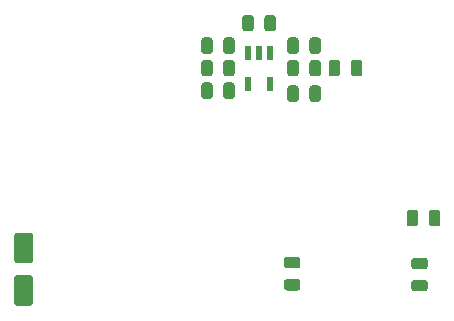
<source format=gbr>
G04 #@! TF.GenerationSoftware,KiCad,Pcbnew,(5.1.8-0-10_14)*
G04 #@! TF.CreationDate,2020-11-22T12:20:28+11:00*
G04 #@! TF.ProjectId,Phenobottle v18,5068656e-6f62-46f7-9474-6c6520763138,rev?*
G04 #@! TF.SameCoordinates,Original*
G04 #@! TF.FileFunction,Paste,Top*
G04 #@! TF.FilePolarity,Positive*
%FSLAX46Y46*%
G04 Gerber Fmt 4.6, Leading zero omitted, Abs format (unit mm)*
G04 Created by KiCad (PCBNEW (5.1.8-0-10_14)) date 2020-11-22 12:20:28*
%MOMM*%
%LPD*%
G01*
G04 APERTURE LIST*
%ADD10R,0.558800X1.270000*%
G04 APERTURE END LIST*
D10*
X144449800Y-87045800D03*
X142570200Y-87045800D03*
X142570200Y-84455000D03*
X143510000Y-84455000D03*
X144449800Y-84455000D03*
G36*
G01*
X157881500Y-98881250D02*
X157881500Y-97968750D01*
G75*
G02*
X158125250Y-97725000I243750J0D01*
G01*
X158612750Y-97725000D01*
G75*
G02*
X158856500Y-97968750I0J-243750D01*
G01*
X158856500Y-98881250D01*
G75*
G02*
X158612750Y-99125000I-243750J0D01*
G01*
X158125250Y-99125000D01*
G75*
G02*
X157881500Y-98881250I0J243750D01*
G01*
G37*
G36*
G01*
X156006500Y-98881250D02*
X156006500Y-97968750D01*
G75*
G02*
X156250250Y-97725000I243750J0D01*
G01*
X156737750Y-97725000D01*
G75*
G02*
X156981500Y-97968750I0J-243750D01*
G01*
X156981500Y-98881250D01*
G75*
G02*
X156737750Y-99125000I-243750J0D01*
G01*
X156250250Y-99125000D01*
G75*
G02*
X156006500Y-98881250I0J243750D01*
G01*
G37*
G36*
G01*
X140482500Y-86181250D02*
X140482500Y-85268750D01*
G75*
G02*
X140726250Y-85025000I243750J0D01*
G01*
X141213750Y-85025000D01*
G75*
G02*
X141457500Y-85268750I0J-243750D01*
G01*
X141457500Y-86181250D01*
G75*
G02*
X141213750Y-86425000I-243750J0D01*
G01*
X140726250Y-86425000D01*
G75*
G02*
X140482500Y-86181250I0J243750D01*
G01*
G37*
G36*
G01*
X138607500Y-86181250D02*
X138607500Y-85268750D01*
G75*
G02*
X138851250Y-85025000I243750J0D01*
G01*
X139338750Y-85025000D01*
G75*
G02*
X139582500Y-85268750I0J-243750D01*
G01*
X139582500Y-86181250D01*
G75*
G02*
X139338750Y-86425000I-243750J0D01*
G01*
X138851250Y-86425000D01*
G75*
G02*
X138607500Y-86181250I0J243750D01*
G01*
G37*
G36*
G01*
X140482500Y-84276250D02*
X140482500Y-83363750D01*
G75*
G02*
X140726250Y-83120000I243750J0D01*
G01*
X141213750Y-83120000D01*
G75*
G02*
X141457500Y-83363750I0J-243750D01*
G01*
X141457500Y-84276250D01*
G75*
G02*
X141213750Y-84520000I-243750J0D01*
G01*
X140726250Y-84520000D01*
G75*
G02*
X140482500Y-84276250I0J243750D01*
G01*
G37*
G36*
G01*
X138607500Y-84276250D02*
X138607500Y-83363750D01*
G75*
G02*
X138851250Y-83120000I243750J0D01*
G01*
X139338750Y-83120000D01*
G75*
G02*
X139582500Y-83363750I0J-243750D01*
G01*
X139582500Y-84276250D01*
G75*
G02*
X139338750Y-84520000I-243750J0D01*
G01*
X138851250Y-84520000D01*
G75*
G02*
X138607500Y-84276250I0J243750D01*
G01*
G37*
G36*
G01*
X151277500Y-86181250D02*
X151277500Y-85268750D01*
G75*
G02*
X151521250Y-85025000I243750J0D01*
G01*
X152008750Y-85025000D01*
G75*
G02*
X152252500Y-85268750I0J-243750D01*
G01*
X152252500Y-86181250D01*
G75*
G02*
X152008750Y-86425000I-243750J0D01*
G01*
X151521250Y-86425000D01*
G75*
G02*
X151277500Y-86181250I0J243750D01*
G01*
G37*
G36*
G01*
X149402500Y-86181250D02*
X149402500Y-85268750D01*
G75*
G02*
X149646250Y-85025000I243750J0D01*
G01*
X150133750Y-85025000D01*
G75*
G02*
X150377500Y-85268750I0J-243750D01*
G01*
X150377500Y-86181250D01*
G75*
G02*
X150133750Y-86425000I-243750J0D01*
G01*
X149646250Y-86425000D01*
G75*
G02*
X149402500Y-86181250I0J243750D01*
G01*
G37*
G36*
G01*
X147770000Y-86181250D02*
X147770000Y-85268750D01*
G75*
G02*
X148013750Y-85025000I243750J0D01*
G01*
X148501250Y-85025000D01*
G75*
G02*
X148745000Y-85268750I0J-243750D01*
G01*
X148745000Y-86181250D01*
G75*
G02*
X148501250Y-86425000I-243750J0D01*
G01*
X148013750Y-86425000D01*
G75*
G02*
X147770000Y-86181250I0J243750D01*
G01*
G37*
G36*
G01*
X145895000Y-86181250D02*
X145895000Y-85268750D01*
G75*
G02*
X146138750Y-85025000I243750J0D01*
G01*
X146626250Y-85025000D01*
G75*
G02*
X146870000Y-85268750I0J-243750D01*
G01*
X146870000Y-86181250D01*
G75*
G02*
X146626250Y-86425000I-243750J0D01*
G01*
X146138750Y-86425000D01*
G75*
G02*
X145895000Y-86181250I0J243750D01*
G01*
G37*
G36*
G01*
X146760250Y-102674000D02*
X145847750Y-102674000D01*
G75*
G02*
X145604000Y-102430250I0J243750D01*
G01*
X145604000Y-101942750D01*
G75*
G02*
X145847750Y-101699000I243750J0D01*
G01*
X146760250Y-101699000D01*
G75*
G02*
X147004000Y-101942750I0J-243750D01*
G01*
X147004000Y-102430250D01*
G75*
G02*
X146760250Y-102674000I-243750J0D01*
G01*
G37*
G36*
G01*
X146760250Y-104549000D02*
X145847750Y-104549000D01*
G75*
G02*
X145604000Y-104305250I0J243750D01*
G01*
X145604000Y-103817750D01*
G75*
G02*
X145847750Y-103574000I243750J0D01*
G01*
X146760250Y-103574000D01*
G75*
G02*
X147004000Y-103817750I0J-243750D01*
G01*
X147004000Y-104305250D01*
G75*
G02*
X146760250Y-104549000I-243750J0D01*
G01*
G37*
G36*
G01*
X157555250Y-102752500D02*
X156642750Y-102752500D01*
G75*
G02*
X156399000Y-102508750I0J243750D01*
G01*
X156399000Y-102021250D01*
G75*
G02*
X156642750Y-101777500I243750J0D01*
G01*
X157555250Y-101777500D01*
G75*
G02*
X157799000Y-102021250I0J-243750D01*
G01*
X157799000Y-102508750D01*
G75*
G02*
X157555250Y-102752500I-243750J0D01*
G01*
G37*
G36*
G01*
X157555250Y-104627500D02*
X156642750Y-104627500D01*
G75*
G02*
X156399000Y-104383750I0J243750D01*
G01*
X156399000Y-103896250D01*
G75*
G02*
X156642750Y-103652500I243750J0D01*
G01*
X157555250Y-103652500D01*
G75*
G02*
X157799000Y-103896250I0J-243750D01*
G01*
X157799000Y-104383750D01*
G75*
G02*
X157555250Y-104627500I-243750J0D01*
G01*
G37*
G36*
G01*
X124121000Y-102243000D02*
X123021000Y-102243000D01*
G75*
G02*
X122771000Y-101993000I0J250000D01*
G01*
X122771000Y-99893000D01*
G75*
G02*
X123021000Y-99643000I250000J0D01*
G01*
X124121000Y-99643000D01*
G75*
G02*
X124371000Y-99893000I0J-250000D01*
G01*
X124371000Y-101993000D01*
G75*
G02*
X124121000Y-102243000I-250000J0D01*
G01*
G37*
G36*
G01*
X124121000Y-105843000D02*
X123021000Y-105843000D01*
G75*
G02*
X122771000Y-105593000I0J250000D01*
G01*
X122771000Y-103493000D01*
G75*
G02*
X123021000Y-103243000I250000J0D01*
G01*
X124121000Y-103243000D01*
G75*
G02*
X124371000Y-103493000I0J-250000D01*
G01*
X124371000Y-105593000D01*
G75*
G02*
X124121000Y-105843000I-250000J0D01*
G01*
G37*
G36*
G01*
X143960000Y-82371250D02*
X143960000Y-81458750D01*
G75*
G02*
X144203750Y-81215000I243750J0D01*
G01*
X144691250Y-81215000D01*
G75*
G02*
X144935000Y-81458750I0J-243750D01*
G01*
X144935000Y-82371250D01*
G75*
G02*
X144691250Y-82615000I-243750J0D01*
G01*
X144203750Y-82615000D01*
G75*
G02*
X143960000Y-82371250I0J243750D01*
G01*
G37*
G36*
G01*
X142085000Y-82371250D02*
X142085000Y-81458750D01*
G75*
G02*
X142328750Y-81215000I243750J0D01*
G01*
X142816250Y-81215000D01*
G75*
G02*
X143060000Y-81458750I0J-243750D01*
G01*
X143060000Y-82371250D01*
G75*
G02*
X142816250Y-82615000I-243750J0D01*
G01*
X142328750Y-82615000D01*
G75*
G02*
X142085000Y-82371250I0J243750D01*
G01*
G37*
G36*
G01*
X139582500Y-87173750D02*
X139582500Y-88086250D01*
G75*
G02*
X139338750Y-88330000I-243750J0D01*
G01*
X138851250Y-88330000D01*
G75*
G02*
X138607500Y-88086250I0J243750D01*
G01*
X138607500Y-87173750D01*
G75*
G02*
X138851250Y-86930000I243750J0D01*
G01*
X139338750Y-86930000D01*
G75*
G02*
X139582500Y-87173750I0J-243750D01*
G01*
G37*
G36*
G01*
X141457500Y-87173750D02*
X141457500Y-88086250D01*
G75*
G02*
X141213750Y-88330000I-243750J0D01*
G01*
X140726250Y-88330000D01*
G75*
G02*
X140482500Y-88086250I0J243750D01*
G01*
X140482500Y-87173750D01*
G75*
G02*
X140726250Y-86930000I243750J0D01*
G01*
X141213750Y-86930000D01*
G75*
G02*
X141457500Y-87173750I0J-243750D01*
G01*
G37*
G36*
G01*
X147770000Y-88340250D02*
X147770000Y-87427750D01*
G75*
G02*
X148013750Y-87184000I243750J0D01*
G01*
X148501250Y-87184000D01*
G75*
G02*
X148745000Y-87427750I0J-243750D01*
G01*
X148745000Y-88340250D01*
G75*
G02*
X148501250Y-88584000I-243750J0D01*
G01*
X148013750Y-88584000D01*
G75*
G02*
X147770000Y-88340250I0J243750D01*
G01*
G37*
G36*
G01*
X145895000Y-88340250D02*
X145895000Y-87427750D01*
G75*
G02*
X146138750Y-87184000I243750J0D01*
G01*
X146626250Y-87184000D01*
G75*
G02*
X146870000Y-87427750I0J-243750D01*
G01*
X146870000Y-88340250D01*
G75*
G02*
X146626250Y-88584000I-243750J0D01*
G01*
X146138750Y-88584000D01*
G75*
G02*
X145895000Y-88340250I0J243750D01*
G01*
G37*
G36*
G01*
X147770000Y-84276250D02*
X147770000Y-83363750D01*
G75*
G02*
X148013750Y-83120000I243750J0D01*
G01*
X148501250Y-83120000D01*
G75*
G02*
X148745000Y-83363750I0J-243750D01*
G01*
X148745000Y-84276250D01*
G75*
G02*
X148501250Y-84520000I-243750J0D01*
G01*
X148013750Y-84520000D01*
G75*
G02*
X147770000Y-84276250I0J243750D01*
G01*
G37*
G36*
G01*
X145895000Y-84276250D02*
X145895000Y-83363750D01*
G75*
G02*
X146138750Y-83120000I243750J0D01*
G01*
X146626250Y-83120000D01*
G75*
G02*
X146870000Y-83363750I0J-243750D01*
G01*
X146870000Y-84276250D01*
G75*
G02*
X146626250Y-84520000I-243750J0D01*
G01*
X146138750Y-84520000D01*
G75*
G02*
X145895000Y-84276250I0J243750D01*
G01*
G37*
M02*

</source>
